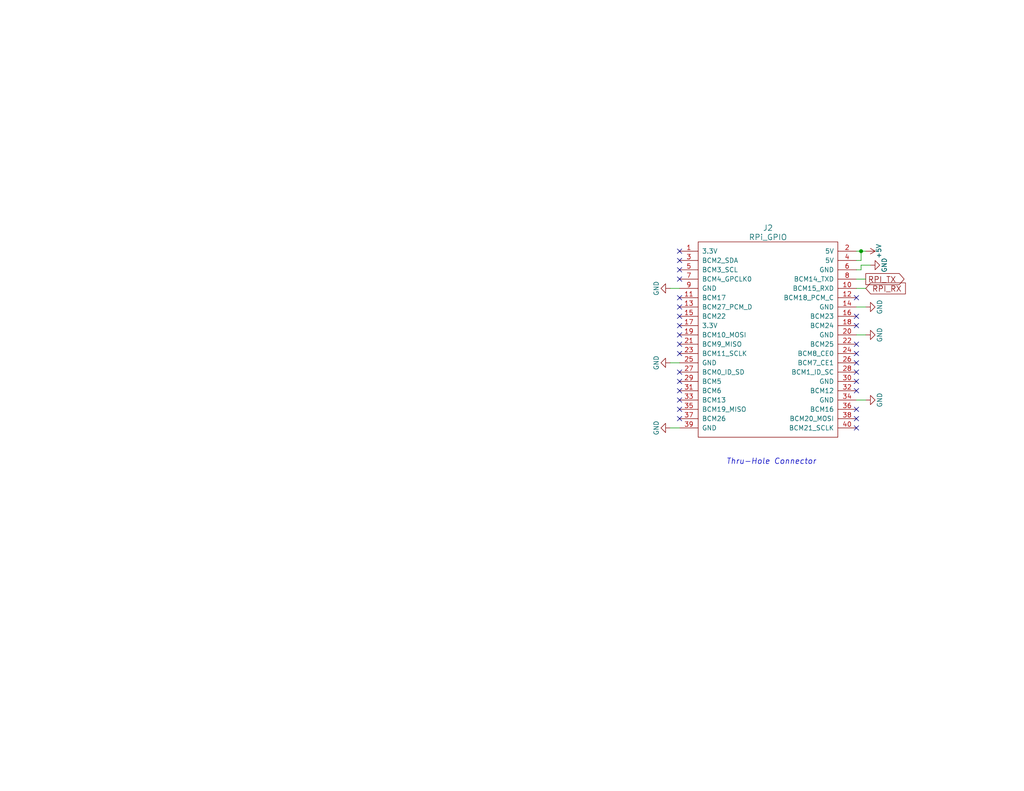
<source format=kicad_sch>
(kicad_sch (version 20250114) (generator "eeschema") (generator_version "9.0")
  (paper "USLetter")
  (title_block (title "SSTEQ25") (date "2018-08-18") (rev "0.0.5") (company "StarSync Trackers LLC"))
  (lib_symbols
    (symbol "RPi_Hat-rescue:+5V" (power) (pin_names (offset 0))
      (property "Value" "+5V" (at 0 3.556 0))
      (symbol "+5V_0_1"
        (polyline (pts (xy -0.762 1.27) (xy 0 2.54)))
        (polyline (pts (xy 0 2.54) (xy 0.762 1.27)))
        (polyline (pts (xy 0 0) (xy 0 2.54)))
      )
      (symbol "+5V_1_1"
        (pin power_in line (at 0 0 90) (length 0) (hide yes) (name "+5V") (number "1"))
      )
    )
    (symbol "RPi_Hat-rescue:GND" (power) (pin_names (offset 0))
      (property "Value" "GND" (at 0 -3.81 0))
      (symbol "GND_0_1"
        (polyline (pts (xy 0 0) (xy 0 -1.27) (xy 1.27 -1.27) (xy 0 -2.54) (xy -1.27 -1.27) (xy 0 -1.27)))
      )
      (symbol "GND_1_1"
        (pin power_in line (at 0 0 270) (length 0) (hide yes) (name "GND") (number "1"))
      )
    )
    (symbol "RPi_Hat-rescue:RPi_GPIO" (pin_names (offset 1.016))
      (property "Reference" "J" (at 19.05 6.35 0))
      (property "Value" "RPi_GPIO" (at 19.05 3.81 0))
      (symbol "RPi_GPIO_0_1"
        (rectangle (start 0 2.54) (end 38.1 -50.8))
      )
      (symbol "RPi_GPIO_1_1"
        (pin power_in line (at -5.08 0 0) (length 5.08) (name "3.3V") (number "1"))
        (pin bidirectional line (at -5.08 -2.54 0) (length 5.08) (name "BCM2_SDA") (number "3"))
        (pin bidirectional line (at -5.08 -5.08 0) (length 5.08) (name "BCM3_SCL") (number "5"))
        (pin bidirectional line (at -5.08 -7.62 0) (length 5.08) (name "BCM4_GPCLK0") (number "7"))
        (pin power_in line (at -5.08 -10.16 0) (length 5.08) (name "GND") (number "9"))
        (pin bidirectional line (at -5.08 -12.7 0) (length 5.08) (name "BCM17") (number "11"))
        (pin bidirectional line (at -5.08 -15.24 0) (length 5.08) (name "BCM27_PCM_D") (number "13"))
        (pin bidirectional line (at -5.08 -17.78 0) (length 5.08) (name "BCM22") (number "15"))
        (pin power_in line (at -5.08 -20.32 0) (length 5.08) (name "3.3V") (number "17"))
        (pin bidirectional line (at -5.08 -22.86 0) (length 5.08) (name "BCM10_MOSI") (number "19"))
        (pin bidirectional line (at -5.08 -25.4 0) (length 5.08) (name "BCM9_MISO") (number "21"))
        (pin bidirectional line (at -5.08 -27.94 0) (length 5.08) (name "BCM11_SCLK") (number "23"))
        (pin power_in line (at -5.08 -30.48 0) (length 5.08) (name "GND") (number "25"))
        (pin bidirectional line (at -5.08 -33.02 0) (length 5.08) (name "BCM0_ID_SD") (number "27"))
        (pin bidirectional line (at -5.08 -35.56 0) (length 5.08) (name "BCM5") (number "29"))
        (pin bidirectional line (at -5.08 -38.1 0) (length 5.08) (name "BCM6") (number "31"))
        (pin bidirectional line (at -5.08 -40.64 0) (length 5.08) (name "BCM13") (number "33"))
        (pin bidirectional line (at -5.08 -43.18 0) (length 5.08) (name "BCM19_MISO") (number "35"))
        (pin bidirectional line (at -5.08 -45.72 0) (length 5.08) (name "BCM26") (number "37"))
        (pin power_in line (at -5.08 -48.26 0) (length 5.08) (name "GND") (number "39"))
        (pin power_in line (at 43.18 0 180) (length 5.08) (name "5V") (number "2"))
        (pin power_in line (at 43.18 -2.54 180) (length 5.08) (name "5V") (number "4"))
        (pin power_in line (at 43.18 -5.08 180) (length 5.08) (name "GND") (number "6"))
        (pin bidirectional line (at 43.18 -7.62 180) (length 5.08) (name "BCM14_TXD") (number "8"))
        (pin bidirectional line (at 43.18 -10.16 180) (length 5.08) (name "BCM15_RXD") (number "10"))
        (pin bidirectional line (at 43.18 -12.7 180) (length 5.08) (name "BCM18_PCM_C") (number "12"))
        (pin power_in line (at 43.18 -15.24 180) (length 5.08) (name "GND") (number "14"))
        (pin bidirectional line (at 43.18 -17.78 180) (length 5.08) (name "BCM23") (number "16"))
        (pin bidirectional line (at 43.18 -20.32 180) (length 5.08) (name "BCM24") (number "18"))
        (pin power_in line (at 43.18 -22.86 180) (length 5.08) (name "GND") (number "20"))
        (pin bidirectional line (at 43.18 -25.4 180) (length 5.08) (name "BCM25") (number "22"))
        (pin bidirectional line (at 43.18 -27.94 180) (length 5.08) (name "BCM8_CE0") (number "24"))
        (pin bidirectional line (at 43.18 -30.48 180) (length 5.08) (name "BCM7_CE1") (number "26"))
        (pin bidirectional line (at 43.18 -33.02 180) (length 5.08) (name "BCM1_ID_SC") (number "28"))
        (pin power_in line (at 43.18 -35.56 180) (length 5.08) (name "GND") (number "30"))
        (pin bidirectional line (at 43.18 -38.1 180) (length 5.08) (name "BCM12") (number "32"))
        (pin power_in line (at 43.18 -40.64 180) (length 5.08) (name "GND") (number "34"))
        (pin bidirectional line (at 43.18 -43.18 180) (length 5.08) (name "BCM16") (number "36"))
        (pin bidirectional line (at 43.18 -45.72 180) (length 5.08) (name "BCM20_MOSI") (number "38"))
        (pin bidirectional line (at 43.18 -48.26 180) (length 5.08) (name "BCM21_SCLK") (number "40"))
      )
    )
  )
  (text "Thru-Hole Connector" (at 198.12 127 0) (effects (font (size 1.524 1.524) (italic yes)) (justify left bottom)))
  (junction (at 234.95 68.58))
  (no_connect (at 185.42 71.12))
  (no_connect (at 185.42 106.68))
  (no_connect (at 185.42 104.14))
  (no_connect (at 233.68 99.06))
  (no_connect (at 185.42 111.76))
  (no_connect (at 233.68 104.14))
  (no_connect (at 185.42 96.52))
  (no_connect (at 185.42 68.58))
  (no_connect (at 233.68 81.28))
  (no_connect (at 185.42 91.44))
  (no_connect (at 233.68 101.6))
  (no_connect (at 185.42 86.36))
  (no_connect (at 233.68 93.98))
  (no_connect (at 233.68 114.3))
  (no_connect (at 185.42 73.66))
  (no_connect (at 185.42 101.6))
  (no_connect (at 185.42 93.98))
  (no_connect (at 233.68 116.84))
  (no_connect (at 233.68 106.68))
  (no_connect (at 233.68 86.36))
  (no_connect (at 185.42 88.9))
  (no_connect (at 233.68 96.52))
  (no_connect (at 233.68 88.9))
  (no_connect (at 233.68 111.76))
  (no_connect (at 185.42 83.82))
  (no_connect (at 185.42 109.22))
  (no_connect (at 185.42 114.3))
  (no_connect (at 185.42 76.2))
  (no_connect (at 185.42 81.28))
  (wire (pts (xy 234.95 73.66) (xy 234.95 72.39)))
  (wire (pts (xy 182.88 99.06) (xy 185.42 99.06)))
  (wire (pts (xy 233.68 109.22) (xy 236.22 109.22)))
  (wire (pts (xy 234.95 72.39) (xy 237.49 72.39)))
  (wire (pts (xy 233.68 78.74) (xy 236.22 78.74)))
  (wire (pts (xy 233.68 68.58) (xy 234.95 68.58)))
  (wire (pts (xy 233.68 73.66) (xy 234.95 73.66)))
  (wire (pts (xy 182.88 78.74) (xy 185.42 78.74)))
  (wire (pts (xy 233.68 83.82) (xy 236.22 83.82)))
  (wire (pts (xy 233.68 91.44) (xy 236.22 91.44)))
  (wire (pts (xy 233.68 71.12) (xy 234.95 71.12)))
  (wire (pts (xy 233.68 76.2) (xy 236.22 76.2)))
  (wire (pts (xy 234.95 68.58) (xy 236.22 68.58)))
  (wire (pts (xy 234.95 71.12) (xy 234.95 68.58)))
  (wire (pts (xy 182.88 116.84) (xy 185.42 116.84)))
  (global_label "RPI_RX" (shape input) (at 236.22 78.74 0) (effects (font (size 1.524 1.524))) (property "Intersheetrefs" "${INTERSHEET_REFS}" (effects (hide yes))))
  (global_label "RPI_TX" (shape output) (at 236.22 76.2 0) (effects (font (size 1.524 1.524))) (property "Intersheetrefs" "${INTERSHEET_REFS}" (effects (hide yes))))
  (symbol (lib_id "RPi_Hat-rescue:RPi_GPIO") (at 190.5 68.58 0) (unit 1)
    (property "Reference" "J2" (at 209.55 62.23 0) (effects (font (size 1.524 1.524))))
    (property "Value" "RPi_GPIO" (at 209.55 64.77 0) (effects (font (size 1.524 1.524))))
    (property "Footprint" "RPi_Hat:Pin_Header_Straight_2x20" (effects (hide yes)))
  )
  (symbol (lib_id "RPi_Hat-rescue:+5V") (at 236.22 68.58 270) (unit 1)
    (property "Reference" "#PWR032" (effects (hide yes)))
    (property "Value" "+5V" (at 239.776 68.58 0))
  )
  (symbol (lib_id "RPi_Hat-rescue:GND") (at 236.22 109.22 90) (unit 1)
    (property "Reference" "#PWR033" (effects (hide yes)))
    (property "Value" "GND" (at 240.03 109.22 0))
  )
  (symbol (lib_id "RPi_Hat-rescue:GND") (at 237.49 72.39 90) (unit 1)
    (property "Reference" "#PWR034" (effects (hide yes)))
    (property "Value" "GND" (at 241.3 72.39 0))
  )
  (symbol (lib_id "RPi_Hat-rescue:GND") (at 236.22 83.82 90) (unit 1)
    (property "Reference" "#PWR035" (effects (hide yes)))
    (property "Value" "GND" (at 240.03 83.82 0))
  )
  (symbol (lib_id "RPi_Hat-rescue:GND") (at 236.22 91.44 90) (unit 1)
    (property "Reference" "#PWR036" (effects (hide yes)))
    (property "Value" "GND" (at 240.03 91.44 0))
  )
  (symbol (lib_id "RPi_Hat-rescue:GND") (at 182.88 99.06 270) (unit 1)
    (property "Reference" "#PWR037" (effects (hide yes)))
    (property "Value" "GND" (at 179.07 99.06 0))
  )
  (symbol (lib_id "RPi_Hat-rescue:GND") (at 182.88 116.84 270) (unit 1)
    (property "Reference" "#PWR038" (effects (hide yes)))
    (property "Value" "GND" (at 179.07 116.84 0))
  )
  (symbol (lib_id "RPi_Hat-rescue:GND") (at 182.88 78.74 270) (unit 1)
    (property "Reference" "#PWR039" (effects (hide yes)))
    (property "Value" "GND" (at 179.07 78.74 0))
  )
)
</source>
